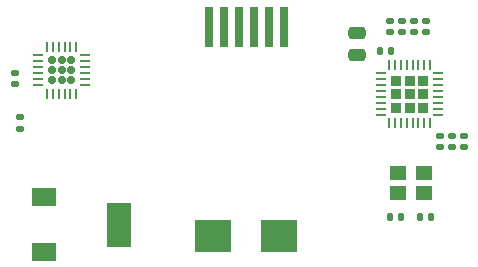
<source format=gbp>
%TF.GenerationSoftware,KiCad,Pcbnew,6.0.5-a6ca702e91~116~ubuntu21.10.1*%
%TF.CreationDate,2022-05-21T13:53:59+10:00*%
%TF.ProjectId,FlarmDisplay,466c6172-6d44-4697-9370-6c61792e6b69,rev?*%
%TF.SameCoordinates,Original*%
%TF.FileFunction,Paste,Bot*%
%TF.FilePolarity,Positive*%
%FSLAX46Y46*%
G04 Gerber Fmt 4.6, Leading zero omitted, Abs format (unit mm)*
G04 Created by KiCad (PCBNEW 6.0.5-a6ca702e91~116~ubuntu21.10.1) date 2022-05-21 13:53:59*
%MOMM*%
%LPD*%
G01*
G04 APERTURE LIST*
G04 Aperture macros list*
%AMRoundRect*
0 Rectangle with rounded corners*
0 $1 Rounding radius*
0 $2 $3 $4 $5 $6 $7 $8 $9 X,Y pos of 4 corners*
0 Add a 4 corners polygon primitive as box body*
4,1,4,$2,$3,$4,$5,$6,$7,$8,$9,$2,$3,0*
0 Add four circle primitives for the rounded corners*
1,1,$1+$1,$2,$3*
1,1,$1+$1,$4,$5*
1,1,$1+$1,$6,$7*
1,1,$1+$1,$8,$9*
0 Add four rect primitives between the rounded corners*
20,1,$1+$1,$2,$3,$4,$5,0*
20,1,$1+$1,$4,$5,$6,$7,0*
20,1,$1+$1,$6,$7,$8,$9,0*
20,1,$1+$1,$8,$9,$2,$3,0*%
G04 Aperture macros list end*
%ADD10RoundRect,0.140000X-0.170000X0.140000X-0.170000X-0.140000X0.170000X-0.140000X0.170000X0.140000X0*%
%ADD11RoundRect,0.140000X0.170000X-0.140000X0.170000X0.140000X-0.170000X0.140000X-0.170000X-0.140000X0*%
%ADD12RoundRect,0.140000X0.140000X0.170000X-0.140000X0.170000X-0.140000X-0.170000X0.140000X-0.170000X0*%
%ADD13RoundRect,0.140000X-0.140000X-0.170000X0.140000X-0.170000X0.140000X0.170000X-0.140000X0.170000X0*%
%ADD14RoundRect,0.135000X-0.185000X0.135000X-0.185000X-0.135000X0.185000X-0.135000X0.185000X0.135000X0*%
%ADD15R,2.000000X1.500000*%
%ADD16R,2.000000X3.800000*%
%ADD17RoundRect,0.165000X-0.165000X0.165000X-0.165000X-0.165000X0.165000X-0.165000X0.165000X0.165000X0*%
%ADD18RoundRect,0.062500X-0.062500X0.325000X-0.062500X-0.325000X0.062500X-0.325000X0.062500X0.325000X0*%
%ADD19RoundRect,0.062500X-0.325000X0.062500X-0.325000X-0.062500X0.325000X-0.062500X0.325000X0.062500X0*%
%ADD20RoundRect,0.250000X0.475000X-0.250000X0.475000X0.250000X-0.475000X0.250000X-0.475000X-0.250000X0*%
%ADD21RoundRect,0.232500X0.232500X-0.232500X0.232500X0.232500X-0.232500X0.232500X-0.232500X-0.232500X0*%
%ADD22RoundRect,0.062500X0.062500X-0.375000X0.062500X0.375000X-0.062500X0.375000X-0.062500X-0.375000X0*%
%ADD23RoundRect,0.062500X0.375000X-0.062500X0.375000X0.062500X-0.375000X0.062500X-0.375000X-0.062500X0*%
%ADD24R,1.400000X1.200000*%
%ADD25R,0.700000X3.400000*%
%ADD26R,3.150000X2.800000*%
G04 APERTURE END LIST*
D10*
X117739000Y-123190000D03*
X117739000Y-124150000D03*
D11*
X115580000Y-114363500D03*
X115580000Y-113403500D03*
D10*
X118755000Y-123190000D03*
X118755000Y-124150000D03*
X119771000Y-123190000D03*
X119771000Y-124150000D03*
D12*
X113619000Y-115951000D03*
X112659000Y-115951000D03*
D13*
X113548000Y-130048000D03*
X114508000Y-130048000D03*
D10*
X81798000Y-117856000D03*
X81798000Y-118816000D03*
D14*
X82179000Y-121535000D03*
X82179000Y-122555000D03*
D15*
X84261000Y-132983000D03*
D16*
X90561000Y-130683000D03*
D15*
X84261000Y-128383000D03*
D11*
X116596000Y-114363500D03*
X116596000Y-113403500D03*
X113548000Y-114371000D03*
X113548000Y-113411000D03*
D17*
X84915000Y-117602000D03*
X84915000Y-116782000D03*
X85735000Y-117602000D03*
X86555000Y-116782000D03*
X85735000Y-116782000D03*
X86555000Y-118422000D03*
X84915000Y-118422000D03*
X85735000Y-118422000D03*
X86555000Y-117602000D03*
D18*
X84485000Y-115614500D03*
X84985000Y-115614500D03*
X85485000Y-115614500D03*
X85985000Y-115614500D03*
X86485000Y-115614500D03*
X86985000Y-115614500D03*
D19*
X87722500Y-116352000D03*
X87722500Y-116852000D03*
X87722500Y-117352000D03*
X87722500Y-117852000D03*
X87722500Y-118352000D03*
X87722500Y-118852000D03*
D18*
X86985000Y-119589500D03*
X86485000Y-119589500D03*
X85985000Y-119589500D03*
X85485000Y-119589500D03*
X84985000Y-119589500D03*
X84485000Y-119589500D03*
D19*
X83747500Y-118852000D03*
X83747500Y-118352000D03*
X83747500Y-117852000D03*
X83747500Y-117352000D03*
X83747500Y-116852000D03*
X83747500Y-116352000D03*
D20*
X110754000Y-116332000D03*
X110754000Y-114432000D03*
D11*
X114564000Y-114371000D03*
X114564000Y-113411000D03*
D21*
X116349000Y-120784000D03*
X114049000Y-119634000D03*
X116349000Y-118484000D03*
X114049000Y-118484000D03*
X114049000Y-120784000D03*
X115199000Y-120784000D03*
X115199000Y-119634000D03*
X116349000Y-119634000D03*
X115199000Y-118484000D03*
D22*
X116949000Y-122071500D03*
X116449000Y-122071500D03*
X115949000Y-122071500D03*
X115449000Y-122071500D03*
X114949000Y-122071500D03*
X114449000Y-122071500D03*
X113949000Y-122071500D03*
X113449000Y-122071500D03*
D23*
X112761500Y-121384000D03*
X112761500Y-120884000D03*
X112761500Y-120384000D03*
X112761500Y-119884000D03*
X112761500Y-119384000D03*
X112761500Y-118884000D03*
X112761500Y-118384000D03*
X112761500Y-117884000D03*
D22*
X113449000Y-117196500D03*
X113949000Y-117196500D03*
X114449000Y-117196500D03*
X114949000Y-117196500D03*
X115449000Y-117196500D03*
X115949000Y-117196500D03*
X116449000Y-117196500D03*
X116949000Y-117196500D03*
D23*
X117636500Y-117884000D03*
X117636500Y-118384000D03*
X117636500Y-118884000D03*
X117636500Y-119384000D03*
X117636500Y-119884000D03*
X117636500Y-120384000D03*
X117636500Y-120884000D03*
X117636500Y-121384000D03*
D13*
X116088000Y-130048000D03*
X117048000Y-130048000D03*
D24*
X114183000Y-126316000D03*
X116383000Y-128016000D03*
X116383000Y-126316000D03*
X114183000Y-128016000D03*
D25*
X104531000Y-113919000D03*
X103261000Y-113919000D03*
X101991000Y-113919000D03*
D26*
X104141000Y-131619000D03*
D25*
X100721000Y-113919000D03*
D26*
X98541000Y-131619000D03*
D25*
X99451000Y-113919000D03*
X98181000Y-113919000D03*
M02*

</source>
